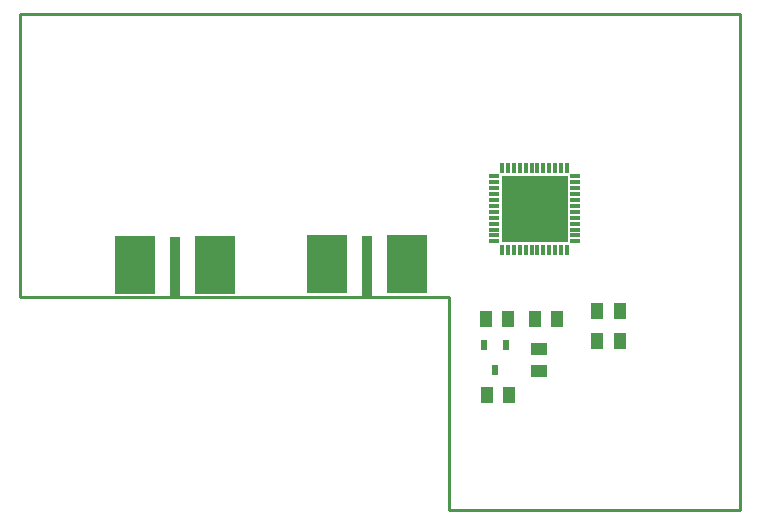
<source format=gtp>
G04*
G04 #@! TF.GenerationSoftware,Altium Limited,Altium Designer,20.2.5 (213)*
G04*
G04 Layer_Color=8421504*
%FSLAX42Y42*%
%MOMM*%
G71*
G04*
G04 #@! TF.SameCoordinates,652FF055-600A-4CD0-B872-06A474BCBBFF*
G04*
G04*
G04 #@! TF.FilePolarity,Positive*
G04*
G01*
G75*
%ADD12C,0.25*%
%ADD15R,0.60X0.85*%
%ADD16R,1.02X1.40*%
%ADD17R,0.85X0.30*%
%ADD18R,0.30X0.85*%
%ADD19R,5.60X5.60*%
%ADD20R,3.50X4.90*%
%ADD21R,0.90X5.10*%
%ADD22R,1.40X1.02*%
D12*
X7640Y5300D02*
X10100D01*
X7640D02*
Y7100D01*
X4000D02*
X7640D01*
X4000D02*
Y9500D01*
X10100D01*
Y5300D02*
Y9500D01*
D15*
X8028Y6482D02*
D03*
X7932Y6697D02*
D03*
X8122D02*
D03*
D16*
X7955Y6272D02*
D03*
X8146D02*
D03*
X8360Y6915D02*
D03*
X8550D02*
D03*
X8136D02*
D03*
X7945D02*
D03*
X8890Y6985D02*
D03*
X9081D02*
D03*
Y6731D02*
D03*
X8890D02*
D03*
D17*
X8705Y7575D02*
D03*
Y7625D02*
D03*
Y7675D02*
D03*
Y7725D02*
D03*
Y7775D02*
D03*
Y7825D02*
D03*
Y7875D02*
D03*
Y7925D02*
D03*
Y7975D02*
D03*
Y8025D02*
D03*
Y8075D02*
D03*
Y8125D02*
D03*
X8015D02*
D03*
Y8075D02*
D03*
Y8025D02*
D03*
Y7975D02*
D03*
Y7925D02*
D03*
Y7875D02*
D03*
Y7825D02*
D03*
Y7775D02*
D03*
Y7725D02*
D03*
Y7675D02*
D03*
Y7625D02*
D03*
Y7575D02*
D03*
D18*
X8635Y8195D02*
D03*
X8585D02*
D03*
X8535D02*
D03*
X8485D02*
D03*
X8435D02*
D03*
X8385D02*
D03*
X8335D02*
D03*
X8285D02*
D03*
X8235D02*
D03*
X8185D02*
D03*
X8135D02*
D03*
X8085D02*
D03*
Y7505D02*
D03*
X8135D02*
D03*
X8185D02*
D03*
X8235D02*
D03*
X8285D02*
D03*
X8335D02*
D03*
X8385D02*
D03*
X8435D02*
D03*
X8485D02*
D03*
X8535D02*
D03*
X8585D02*
D03*
X8635D02*
D03*
D19*
X8360Y7850D02*
D03*
D20*
X4980Y7378D02*
D03*
X5657D02*
D03*
X6600Y7382D02*
D03*
X7277D02*
D03*
D21*
X5320Y7360D02*
D03*
X6940Y7365D02*
D03*
D22*
X8395Y6475D02*
D03*
Y6665D02*
D03*
M02*

</source>
